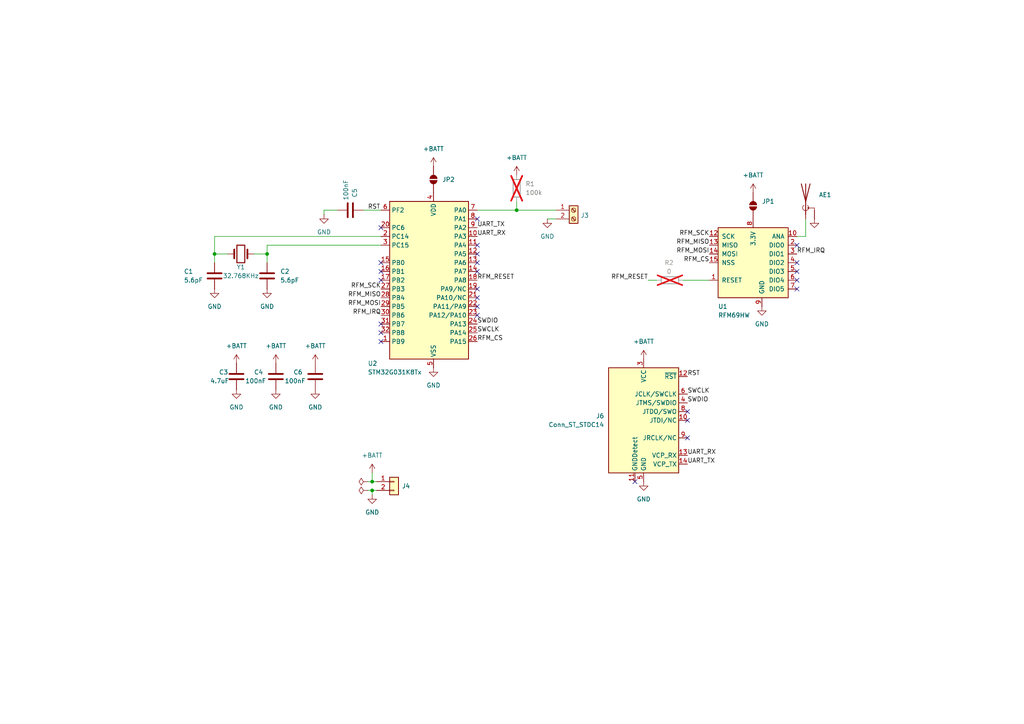
<source format=kicad_sch>
(kicad_sch (version 20231120) (generator "eeschema") (generator_version "8.0")
  (paper "A4")
  (lib_symbols
    (symbol "Connector:Conn_ST_STDC14"
      (property "Reference" "J" (at -8.89 16.51 0))
      (property "Value" "Conn_ST_STDC14" (at 17.78 16.51 0))
      (symbol "Conn_ST_STDC14_0_1"
        (rectangle (start -10.16 15.24) (end 10.16 -15.24) (stroke (width 0.254)) (fill (type background)))
      )
      (symbol "Conn_ST_STDC14_1_1"
        (pin no_connect line (at -10.16 5.08 0) (length 2.54) hide (name "NC") (number "1"))
        (pin output line (at 12.7 0 180) (length 2.54) (name "JTDI/NC") (number "10"))
        (pin passive line (at -2.54 -17.78 90) (length 2.54) (name "GNDDetect") (number "11"))
        (pin open_collector line (at 12.7 12.7 180) (length 2.54) (name "~{RST}") (number "12"))
        (pin output line (at 12.7 -10.16 180) (length 2.54) (name "VCP_RX") (number "13"))
        (pin input line (at 12.7 -12.7 180) (length 2.54) (name "VCP_TX") (number "14"))
        (pin no_connect line (at -10.16 2.54 0) (length 2.54) hide (name "NC") (number "2"))
        (pin power_in line (at 0 17.78 270) (length 2.54) (name "VCC") (number "3"))
        (pin bidirectional line (at 12.7 5.08 180) (length 2.54) (name "JTMS/SWDIO") (number "4"))
        (pin power_in line (at 0 -17.78 90) (length 2.54) (name "GND") (number "5"))
        (pin output line (at 12.7 7.62 180) (length 2.54) (name "JCLK/SWCLK") (number "6"))
        (pin passive line (at 0 -17.78 90) (length 2.54) hide (name "GND") (number "7"))
        (pin input line (at 12.7 2.54 180) (length 2.54) (name "JTDO/SWO") (number "8"))
        (pin input line (at 12.7 -5.08 180) (length 2.54) (name "JRCLK/NC") (number "9"))
      )
    )
    (symbol "Connector:Screw_Terminal_01x02" (pin_names (offset 1.016) hide)
      (property "Reference" "J" (at 0 2.54 0))
      (property "Value" "Screw_Terminal_01x02" (at 0 -5.08 0))
      (symbol "Screw_Terminal_01x02_1_1"
        (rectangle (start -1.27 1.27) (end 1.27 -3.81) (stroke (width 0.254)) (fill (type background)))
        (circle (center 0 -2.54) (radius 0.635) (stroke (width 0.1524)))
        (polyline (pts (xy -0.5334 -2.2098) (xy 0.3302 -3.048)) (stroke (width 0.1524)))
        (polyline (pts (xy -0.5334 0.3302) (xy 0.3302 -0.508)) (stroke (width 0.1524)))
        (polyline (pts (xy -0.3556 -2.032) (xy 0.508 -2.8702)) (stroke (width 0.1524)))
        (polyline (pts (xy -0.3556 0.508) (xy 0.508 -0.3302)) (stroke (width 0.1524)))
        (circle (center 0 0) (radius 0.635) (stroke (width 0.1524)))
        (pin passive line (at -5.08 0 0) (length 3.81) (name "Pin_1") (number "1"))
        (pin passive line (at -5.08 -2.54 0) (length 3.81) (name "Pin_2") (number "2"))
      )
    )
    (symbol "Connector_Generic:Conn_01x02" (pin_names (offset 1.016) hide)
      (property "Reference" "J" (at 0 2.54 0))
      (property "Value" "Conn_01x02" (at 0 -5.08 0))
      (symbol "Conn_01x02_1_1"
        (rectangle (start -1.27 -2.413) (end 0 -2.667) (stroke (width 0.1524)))
        (rectangle (start -1.27 0.127) (end 0 -0.127) (stroke (width 0.1524)))
        (rectangle (start -1.27 1.27) (end 1.27 -3.81) (stroke (width 0.254)) (fill (type background)))
        (pin passive line (at -5.08 0 0) (length 3.81) (name "Pin_1") (number "1"))
        (pin passive line (at -5.08 -2.54 0) (length 3.81) (name "Pin_2") (number "2"))
      )
    )
    (symbol "Device:Antenna_Shield" (pin_numbers hide) (pin_names (offset 1.016) hide)
      (property "Reference" "AE" (at -1.905 4.445 0))
      (property "Value" "Antenna_Shield" (at -1.905 2.54 0))
      (symbol "Antenna_Shield_0_1"
        (arc (start -0.508 -1.143) (mid -0.8429 -2.1194) (end 0 -2.667))
        (arc (start 0 -2.667) (mid 0.7989 -2.1052) (end 0.508 -1.143))
        (polyline (pts (xy 0 -2.54) (xy 0 0)))
        (polyline (pts (xy 0 5.08) (xy 0 -3.81)) (stroke (width 0.254)))
        (polyline (pts (xy 0.762 -1.905) (xy 2.54 -1.905)))
        (polyline (pts (xy 2.54 -2.54) (xy 2.54 -1.905)))
        (polyline (pts (xy 1.27 5.08) (xy 0 0) (xy -1.27 5.08)) (stroke (width 0.254)))
        (circle (center 0.762 -1.905) (radius 0.1778) (fill (type outline)))
      )
      (symbol "Antenna_Shield_1_1"
        (pin input line (at 0 -5.08 90) (length 2.54) (name "A") (number "1"))
        (pin input line (at 2.54 -5.08 90) (length 2.54) (name "Shield") (number "2"))
      )
    )
    (symbol "Device:C" (pin_numbers hide) (pin_names (offset 0.254))
      (property "Reference" "C" (at 0.635 2.54 0))
      (property "Value" "C" (at 0.635 -2.54 0))
      (symbol "C_0_1"
        (polyline (pts (xy -2.032 -0.762) (xy 2.032 -0.762)) (stroke (width 0.508)))
        (polyline (pts (xy -2.032 0.762) (xy 2.032 0.762)) (stroke (width 0.508)))
      )
      (symbol "C_1_1"
        (pin passive line (at 0 3.81 270) (length 2.794) (name "~") (number "1"))
        (pin passive line (at 0 -3.81 90) (length 2.794) (name "~") (number "2"))
      )
    )
    (symbol "Device:Crystal" (pin_numbers hide) (pin_names (offset 1.016) hide)
      (property "Reference" "Y" (at 0 3.81 0))
      (property "Value" "Crystal" (at 0 -3.81 0))
      (symbol "Crystal_0_1"
        (rectangle (start -1.143 2.54) (end 1.143 -2.54) (stroke (width 0.3048)))
        (polyline (pts (xy -2.54 0) (xy -1.905 0)))
        (polyline (pts (xy -1.905 -1.27) (xy -1.905 1.27)) (stroke (width 0.508)))
        (polyline (pts (xy 1.905 -1.27) (xy 1.905 1.27)) (stroke (width 0.508)))
        (polyline (pts (xy 2.54 0) (xy 1.905 0)))
      )
      (symbol "Crystal_1_1"
        (pin passive line (at -3.81 0 0) (length 1.27) (name "1") (number "1"))
        (pin passive line (at 3.81 0 180) (length 1.27) (name "2") (number "2"))
      )
    )
    (symbol "Device:R" (pin_numbers hide) (pin_names (offset 0))
      (property "Reference" "R" (at 2.032 0 90))
      (property "Value" "R" (at 0 0 90))
      (symbol "R_0_1"
        (rectangle (start -1.016 -2.54) (end 1.016 2.54) (stroke (width 0.254)))
      )
      (symbol "R_1_1"
        (pin passive line (at 0 3.81 270) (length 1.27) (name "~") (number "1"))
        (pin passive line (at 0 -3.81 90) (length 1.27) (name "~") (number "2"))
      )
    )
    (symbol "Jumper:SolderJumper_2_Open" (pin_numbers hide) (pin_names (offset 0) hide) (exclude_from_sim yes) (in_bom no)
      (property "Reference" "JP" (at 0 2.032 0))
      (property "Value" "SolderJumper_2_Open" (at 0 -2.54 0))
      (symbol "SolderJumper_2_Open_0_1"
        (arc (start -0.254 1.016) (mid -1.2656 0) (end -0.254 -1.016))
        (arc (start -0.254 1.016) (mid -1.2656 0) (end -0.254 -1.016) (fill (type outline)))
        (polyline (pts (xy -0.254 1.016) (xy -0.254 -1.016)))
        (polyline (pts (xy 0.254 1.016) (xy 0.254 -1.016)))
        (arc (start 0.254 -1.016) (mid 1.2656 0) (end 0.254 1.016))
        (arc (start 0.254 -1.016) (mid 1.2656 0) (end 0.254 1.016) (fill (type outline)))
      )
      (symbol "SolderJumper_2_Open_1_1"
        (pin passive line (at -3.81 0 0) (length 2.54) (name "A") (number "1"))
        (pin passive line (at 3.81 0 180) (length 2.54) (name "B") (number "2"))
      )
    )
    (symbol "MCU_ST_STM32G0:STM32G031K8Tx"
      (property "Reference" "U" (at -10.16 24.13 0))
      (property "Value" "STM32G031K8Tx" (at 5.08 24.13 0))
      (symbol "STM32G031K8Tx_0_1"
        (rectangle (start -10.16 -22.86) (end 12.7 22.86) (stroke (width 0.254)) (fill (type background)))
      )
      (symbol "STM32G031K8Tx_1_1"
        (pin bidirectional line (at -12.7 -17.78 0) (length 2.54) (name "PB9") (number "1"))
        (pin bidirectional line (at 15.24 12.7 180) (length 2.54) (name "PA3") (number "10"))
        (pin bidirectional line (at 15.24 10.16 180) (length 2.54) (name "PA4") (number "11"))
        (pin bidirectional line (at 15.24 7.62 180) (length 2.54) (name "PA5") (number "12"))
        (pin bidirectional line (at 15.24 5.08 180) (length 2.54) (name "PA6") (number "13"))
        (pin bidirectional line (at 15.24 2.54 180) (length 2.54) (name "PA7") (number "14"))
        (pin bidirectional line (at -12.7 5.08 0) (length 2.54) (name "PB0") (number "15"))
        (pin bidirectional line (at -12.7 2.54 0) (length 2.54) (name "PB1") (number "16"))
        (pin bidirectional line (at -12.7 0 0) (length 2.54) (name "PB2") (number "17"))
        (pin bidirectional line (at 15.24 0 180) (length 2.54) (name "PA8") (number "18"))
        (pin bidirectional line (at 15.24 -2.54 180) (length 2.54) (name "PA9/NC") (number "19"))
        (pin bidirectional line (at -12.7 12.7 0) (length 2.54) (name "PC14") (number "2"))
        (pin bidirectional line (at -12.7 15.24 0) (length 2.54) (name "PC6") (number "20"))
        (pin bidirectional line (at 15.24 -5.08 180) (length 2.54) (name "PA10/NC") (number "21"))
        (pin bidirectional line (at 15.24 -7.62 180) (length 2.54) (name "PA11/PA9") (number "22"))
        (pin bidirectional line (at 15.24 -10.16 180) (length 2.54) (name "PA12/PA10") (number "23"))
        (pin bidirectional line (at 15.24 -12.7 180) (length 2.54) (name "PA13") (number "24"))
        (pin bidirectional line (at 15.24 -15.24 180) (length 2.54) (name "PA14") (number "25"))
        (pin bidirectional line (at 15.24 -17.78 180) (length 2.54) (name "PA15") (number "26"))
        (pin bidirectional line (at -12.7 -2.54 0) (length 2.54) (name "PB3") (number "27"))
        (pin bidirectional line (at -12.7 -5.08 0) (length 2.54) (name "PB4") (number "28"))
        (pin bidirectional line (at -12.7 -7.62 0) (length 2.54) (name "PB5") (number "29"))
        (pin bidirectional line (at -12.7 10.16 0) (length 2.54) (name "PC15") (number "3"))
        (pin bidirectional line (at -12.7 -10.16 0) (length 2.54) (name "PB6") (number "30"))
        (pin bidirectional line (at -12.7 -12.7 0) (length 2.54) (name "PB7") (number "31"))
        (pin bidirectional line (at -12.7 -15.24 0) (length 2.54) (name "PB8") (number "32"))
        (pin power_in line (at 2.54 25.4 270) (length 2.54) (name "VDD") (number "4"))
        (pin power_in line (at 2.54 -25.4 90) (length 2.54) (name "VSS") (number "5"))
        (pin bidirectional line (at -12.7 20.32 0) (length 2.54) (name "PF2") (number "6"))
        (pin bidirectional line (at 15.24 20.32 180) (length 2.54) (name "PA0") (number "7"))
        (pin bidirectional line (at 15.24 17.78 180) (length 2.54) (name "PA1") (number "8"))
        (pin bidirectional line (at 15.24 15.24 180) (length 2.54) (name "PA2") (number "9"))
      )
    )
    (symbol "RF_Module:RFM69HW" (pin_names (offset 1.016))
      (property "Reference" "U" (at -3.81 11.43 0))
      (property "Value" "RFM69HW" (at -7.62 13.97 0))
      (symbol "RFM69HW_0_1"
        (rectangle (start -10.16 10.16) (end 10.16 -10.16) (stroke (width 0.254)) (fill (type background)))
      )
      (symbol "RFM69HW_1_1"
        (pin input line (at -12.7 -5.08 0) (length 2.54) (name "RESET") (number "1"))
        (pin output line (at 12.7 7.62 180) (length 2.54) (name "ANA") (number "10"))
        (pin passive line (at 2.54 -12.7 90) (length 2.54) hide (name "GND") (number "11"))
        (pin input line (at -12.7 7.62 0) (length 2.54) (name "SCK") (number "12"))
        (pin output line (at -12.7 5.08 0) (length 2.54) (name "MISO") (number "13"))
        (pin input line (at -12.7 2.54 0) (length 2.54) (name "MOSI") (number "14"))
        (pin input line (at -12.7 0 0) (length 2.54) (name "NSS") (number "15"))
        (pin no_connect line (at -2.54 -10.16 90) (length 2.54) hide (name "NC") (number "16"))
        (pin bidirectional line (at 12.7 5.08 180) (length 2.54) (name "DIO0") (number "2"))
        (pin bidirectional line (at 12.7 2.54 180) (length 2.54) (name "DIO1") (number "3"))
        (pin bidirectional line (at 12.7 0 180) (length 2.54) (name "DIO2") (number "4"))
        (pin bidirectional line (at 12.7 -2.54 180) (length 2.54) (name "DIO3") (number "5"))
        (pin bidirectional line (at 12.7 -5.08 180) (length 2.54) (name "DIO4") (number "6"))
        (pin bidirectional line (at 12.7 -7.62 180) (length 2.54) (name "DIO5") (number "7"))
        (pin power_in line (at 0 12.7 270) (length 2.54) (name "3.3V") (number "8"))
        (pin power_in line (at 2.54 -12.7 90) (length 2.54) (name "GND") (number "9"))
      )
    )
    (symbol "power:+BATT" (power) (pin_numbers hide) (pin_names (offset 0) hide)
      (property "Value" "+BATT" (at 0 3.556 0))
      (symbol "+BATT_0_1"
        (polyline (pts (xy -0.762 1.27) (xy 0 2.54)))
        (polyline (pts (xy 0 0) (xy 0 2.54)))
        (polyline (pts (xy 0 2.54) (xy 0.762 1.27)))
      )
      (symbol "+BATT_1_1"
        (pin power_in line (at 0 0 90) (length 0) (name "~") (number "1"))
      )
    )
    (symbol "power:GND" (power) (pin_numbers hide) (pin_names (offset 0) hide)
      (property "Value" "GND" (at 0 -3.81 0))
      (symbol "GND_0_1"
        (polyline (pts (xy 0 0) (xy 0 -1.27) (xy 1.27 -1.27) (xy 0 -2.54) (xy -1.27 -1.27) (xy 0 -1.27)))
      )
      (symbol "GND_1_1"
        (pin power_in line (at 0 0 270) (length 0) (name "~") (number "1"))
      )
    )
    (symbol "power:PWR_FLAG" (power) (pin_numbers hide) (pin_names (offset 0) hide)
      (property "Value" "PWR_FLAG" (at 0 3.81 0))
      (symbol "PWR_FLAG_0_0"
        (pin power_out line (at 0 0 90) (length 0) (name "~") (number "1"))
      )
      (symbol "PWR_FLAG_0_1"
        (polyline (pts (xy 0 0) (xy 0 1.27) (xy -1.016 1.905) (xy 0 2.54) (xy 1.016 1.905) (xy 0 1.27)))
      )
    )
  )
  (junction (at 107.95 142.24))
  (junction (at 149.86 60.96))
  (junction (at 107.95 139.7))
  (junction (at 77.47 73.66))
  (junction (at 62.23 73.66))
  (no_connect (at 231.14 71.12))
  (no_connect (at 231.14 83.82))
  (no_connect (at 231.14 76.2))
  (no_connect (at 231.14 81.28))
  (no_connect (at 138.43 76.2))
  (no_connect (at 110.49 93.98))
  (no_connect (at 199.39 121.92))
  (no_connect (at 231.14 78.74))
  (no_connect (at 138.43 83.82))
  (no_connect (at 110.49 76.2))
  (no_connect (at 138.43 86.36))
  (no_connect (at 138.43 63.5))
  (no_connect (at 110.49 78.74))
  (no_connect (at 110.49 81.28))
  (no_connect (at 110.49 96.52))
  (no_connect (at 138.43 88.9))
  (no_connect (at 199.39 127))
  (no_connect (at 110.49 66.04))
  (no_connect (at 110.49 99.06))
  (no_connect (at 138.43 71.12))
  (no_connect (at 138.43 91.44))
  (no_connect (at 199.39 119.38))
  (no_connect (at 184.15 139.7))
  (no_connect (at 138.43 73.66))
  (no_connect (at 138.43 78.74))
  (wire (pts (xy 77.47 73.66) (xy 73.66 73.66)))
  (wire (pts (xy 105.41 60.96) (xy 110.49 60.96)))
  (wire (pts (xy 158.75 63.5) (xy 161.29 63.5)))
  (wire (pts (xy 110.49 71.12) (xy 77.47 71.12)))
  (wire (pts (xy 107.95 139.7) (xy 109.22 139.7)))
  (wire (pts (xy 106.68 139.7) (xy 107.95 139.7)))
  (wire (pts (xy 107.95 137.16) (xy 107.95 139.7)))
  (wire (pts (xy 93.98 60.96) (xy 97.79 60.96)))
  (wire (pts (xy 233.68 68.58) (xy 231.14 68.58)))
  (wire (pts (xy 198.12 81.28) (xy 205.74 81.28)))
  (wire (pts (xy 187.96 81.28) (xy 190.5 81.28)))
  (wire (pts (xy 149.86 58.42) (xy 149.86 60.96)))
  (wire (pts (xy 66.04 73.66) (xy 62.23 73.66)))
  (wire (pts (xy 77.47 71.12) (xy 77.47 73.66)))
  (wire (pts (xy 149.86 60.96) (xy 161.29 60.96)))
  (wire (pts (xy 106.68 142.24) (xy 107.95 142.24)))
  (wire (pts (xy 93.98 62.23) (xy 93.98 60.96)))
  (wire (pts (xy 62.23 68.58) (xy 62.23 73.66)))
  (wire (pts (xy 62.23 73.66) (xy 62.23 76.2)))
  (wire (pts (xy 107.95 142.24) (xy 109.22 142.24)))
  (wire (pts (xy 77.47 76.2) (xy 77.47 73.66)))
  (wire (pts (xy 233.68 63.5) (xy 233.68 68.58)))
  (wire (pts (xy 107.95 143.51) (xy 107.95 142.24)))
  (wire (pts (xy 138.43 60.96) (xy 149.86 60.96)))
  (wire (pts (xy 110.49 68.58) (xy 62.23 68.58)))
  (label "RFM_RESET" (at 138.43 81.28 0))
  (label "RFM_MOSI" (at 110.49 88.9 180))
  (label "UART_RX" (at 138.43 68.58 0))
  (label "RFM_MISO" (at 110.49 86.36 180))
  (label "UART_RX" (at 199.39 132.08 0))
  (label "RFM_CS" (at 205.74 76.2 180))
  (label "RFM_MOSI" (at 205.74 73.66 180))
  (label "SWCLK" (at 199.39 114.3 0))
  (label "SWCLK" (at 138.43 96.52 0))
  (label "RFM_IRQ" (at 231.14 73.66 0))
  (label "UART_TX" (at 199.39 134.62 0))
  (label "RFM_RESET" (at 187.96 81.28 180))
  (label "RST" (at 106.68 60.96 0))
  (label "RFM_CS" (at 138.43 99.06 0))
  (label "RFM_SCK" (at 110.49 83.82 180))
  (label "RFM_SCK" (at 205.74 68.58 180))
  (label "UART_TX" (at 138.43 66.04 0))
  (label "RFM_IRQ" (at 110.49 91.44 180))
  (label "SWDIO" (at 138.43 93.98 0))
  (label "RFM_MISO" (at 205.74 71.12 180))
  (label "SWDIO" (at 199.39 116.84 0))
  (label "RST" (at 199.39 109.22 0))
  (symbol (lib_id "power:GND") (at 80.01 113.03 0) (unit 1)
    (property "Reference" "#PWR011" (effects (hide yes)))
    (property "Value" "GND" (at 80.01 118.11 0))
    (property "Description" "Power symbol creates a global label with name \"GND\" , ground" (effects (hide yes)))
  )
  (symbol (lib_id "power:GND") (at 158.75 63.5 0) (unit 1)
    (property "Reference" "#PWR014" (effects (hide yes)))
    (property "Value" "GND" (at 158.75 68.58 0))
    (property "Description" "Power symbol creates a global label with name \"GND\" , ground" (effects (hide yes)))
  )
  (symbol (lib_id "power:GND") (at 220.98 88.9 0) (unit 1)
    (property "Reference" "#PWR01" (effects (hide yes)))
    (property "Value" "GND" (at 220.98 93.98 0))
    (property "Description" "Power symbol creates a global label with name \"GND\" , ground" (effects (hide yes)))
  )
  (symbol (lib_id "RF_Module:RFM69HW") (at 218.44 76.2 0) (unit 1)
    (property "Reference" "U1" (at 208.28 88.9 0) (effects (justify left)))
    (property "Value" "RFM69HW" (at 208.28 91.44 0) (effects (justify left)))
    (property "Footprint" "RF_Module:HOPERF_RFM69HW" (effects (hide yes)))
    (property "Datasheet" "https://www.hoperf.com/data/upload/portal/20181127/5bfcbb56f1fd7.pdf" (effects (hide yes)))
    (property "Description" "ISM Radio Transceiver Module, SPI interface" (effects (hide yes)))
  )
  (symbol (lib_id "power:GND") (at 186.69 139.7 0) (unit 1)
    (property "Reference" "#PWR012" (effects (hide yes)))
    (property "Value" "GND" (at 186.69 144.78 0))
    (property "Description" "Power symbol creates a global label with name \"GND\" , ground" (effects (hide yes)))
  )
  (symbol (lib_id "Device:Antenna_Shield") (at 233.68 58.42 0) (unit 1)
    (property "Reference" "AE1" (at 237.49 56.5149 0) (effects (justify left)))
    (property "Value" "Antenna_Shield" (effects (hide yes)))
    (property "Description" "Antenna with extra pin for shielding" (effects (hide yes)))
  )
  (symbol (lib_id "Connector:Conn_ST_STDC14") (at 186.69 121.92 0) (unit 1)
    (property "Reference" "J6" (at 175.26 120.6499 0) (effects (justify right)))
    (property "Value" "Conn_ST_STDC14" (at 175.26 123.1899 0) (effects (justify right)))
    (property "Footprint" "Connector_PinHeader_1.27mm:PinHeader_2x07_P1.27mm_Vertical_SMD" (effects (hide yes)))
    (property "Datasheet" "https://www.st.com/content/ccc/resource/technical/document/user_manual/group1/99/49/91/b6/b2/3a/46/e5/DM00526767/files/DM00526767.pdf/jcr:content/translations/en.DM00526767.pdf" (effects (hide yes)))
    (property "Description" "ST Debug Connector, standard ARM Cortex-M SWD and JTAG interface plus UART" (effects (hide yes)))
  )
  (symbol (lib_id "power:GND") (at 91.44 113.03 0) (unit 1)
    (property "Reference" "#PWR018" (effects (hide yes)))
    (property "Value" "GND" (at 91.44 118.11 0))
    (property "Description" "Power symbol creates a global label with name \"GND\" , ground" (effects (hide yes)))
  )
  (symbol (lib_id "power:+BATT") (at 186.69 104.14 0) (unit 1)
    (property "Reference" "#PWR019" (effects (hide yes)))
    (property "Value" "+BATT" (at 186.69 99.06 0))
    (property "Description" "Power symbol creates a global label with name \"+BATT\"" (effects (hide yes)))
  )
  (symbol (lib_id "power:+BATT") (at 149.86 50.8 0) (unit 1)
    (property "Reference" "#PWR05" (effects (hide yes)))
    (property "Value" "+BATT" (at 149.86 45.72 0))
    (property "Description" "Power symbol creates a global label with name \"+BATT\"" (effects (hide yes)))
  )
  (symbol (lib_id "power:+BATT") (at 80.01 105.41 0) (unit 1)
    (property "Reference" "#PWR010" (effects (hide yes)))
    (property "Value" "+BATT" (at 80.01 100.33 0))
    (property "Description" "Power symbol creates a global label with name \"+BATT\"" (effects (hide yes)))
  )
  (symbol (lib_id "Device:Crystal") (at 69.85 73.66 0) (unit 1)
    (property "Reference" "Y1" (at 69.85 77.47 0))
    (property "Value" "32.768KHz" (at 69.85 80.01 0))
    (property "Footprint" "Crystal:Crystal_SMD_3215-2Pin_3.2x1.5mm" (effects (hide yes)))
    (property "Description" "Two pin crystal" (effects (hide yes)))
    (property "manf#" " MPJK-7L-32.768-12.5-20-70-C" (effects (hide yes)))
  )
  (symbol (lib_id "Device:C") (at 80.01 109.22 0) (unit 1)
    (property "Reference" "C4" (at 73.66 107.95 0) (effects (justify left)))
    (property "Value" "100nF" (at 71.12 110.49 0) (effects (justify left)))
    (property "Footprint" "Capacitor_SMD:C_0805_2012Metric_Pad1.18x1.45mm_HandSolder" (effects (hide yes)))
    (property "Description" "Unpolarized capacitor" (effects (hide yes)))
  )
  (symbol (lib_id "MCU_ST_STM32G0:STM32G031K8Tx") (at 123.19 81.28 0) (unit 1)
    (property "Reference" "U2" (at 106.68 105.41 0) (effects (justify left)))
    (property "Value" "STM32G031K8Tx" (at 106.68 107.95 0) (effects (justify left)))
    (property "Footprint" "Package_QFP:LQFP-32_7x7mm_P0.8mm" (effects (hide yes)))
    (property "Datasheet" "https://www.st.com/resource/en/datasheet/stm32g031k8.pdf" (effects (hide yes)))
    (property "Description" "STMicroelectronics Arm Cortex-M0+ MCU, 64KB flash, 8KB RAM, 64 MHz, 1.7-3.6V, 30 GPIO, LQFP32" (effects (hide yes)))
  )
  (symbol (lib_id "power:GND") (at 62.23 83.82 0) (unit 1)
    (property "Reference" "#PWR06" (effects (hide yes)))
    (property "Value" "GND" (at 62.23 88.9 0))
    (property "Description" "Power symbol creates a global label with name \"GND\" , ground" (effects (hide yes)))
  )
  (symbol (lib_id "Device:C") (at 62.23 80.01 0) (unit 1)
    (property "Reference" "C1" (at 53.34 78.74 0) (effects (justify left)))
    (property "Value" "5.6pF" (at 53.34 81.28 0) (effects (justify left)))
    (property "Footprint" "Capacitor_SMD:C_0805_2012Metric_Pad1.18x1.45mm_HandSolder" (effects (hide yes)))
    (property "Description" "Unpolarized capacitor" (effects (hide yes)))
  )
  (symbol (lib_id "power:+BATT") (at 107.95 137.16 0) (unit 1)
    (property "Reference" "#PWR015" (effects (hide yes)))
    (property "Value" "+BATT" (at 107.95 132.08 0))
    (property "Description" "Power symbol creates a global label with name \"+BATT\"" (effects (hide yes)))
  )
  (symbol (lib_id "power:PWR_FLAG") (at 106.68 142.24 90) (unit 1)
    (property "Reference" "#FLG02" (effects (hide yes)))
    (property "Value" "PWR_FLAG" (effects (hide yes)))
    (property "Description" "Special symbol for telling ERC where power comes from" (effects (hide yes)))
  )
  (symbol (lib_id "Device:R") (at 149.86 54.61 0) (unit 1) (dnp yes)
    (property "Reference" "R1" (at 152.4 53.3399 0) (effects (justify left)))
    (property "Value" "100k" (at 152.4 55.8799 0) (effects (justify left)))
    (property "Footprint" "Resistor_SMD:R_0805_2012Metric_Pad1.20x1.40mm_HandSolder" (effects (hide yes)))
    (property "Description" "Resistor" (effects (hide yes)))
  )
  (symbol (lib_id "power:GND") (at 107.95 143.51 0) (unit 1)
    (property "Reference" "#PWR016" (effects (hide yes)))
    (property "Value" "GND" (at 107.95 148.59 0))
    (property "Description" "Power symbol creates a global label with name \"GND\" , ground" (effects (hide yes)))
  )
  (symbol (lib_id "Device:C") (at 101.6 60.96 270) (unit 1)
    (property "Reference" "C5" (at 102.87 54.61 0) (effects (justify left)))
    (property "Value" "100nF" (at 100.33 52.07 0) (effects (justify left)))
    (property "Footprint" "Capacitor_SMD:C_0805_2012Metric_Pad1.18x1.45mm_HandSolder" (effects (hide yes)))
    (property "Description" "Unpolarized capacitor" (effects (hide yes)))
  )
  (symbol (lib_id "Jumper:SolderJumper_2_Open") (at 125.73 52.07 90) (unit 1) (exclude_from_sim yes) (in_bom no)
    (property "Reference" "JP2" (at 128.27 52.0699 90) (effects (justify right)))
    (property "Value" "SolderJumper_2_Bridged" (effects (hide yes)))
    (property "Footprint" "Jumper:SolderJumper-2_P1.3mm_Open_TrianglePad1.0x1.5mm" (effects (hide yes)))
    (property "Description" "Solder Jumper, 2-pole, open" (effects (hide yes)))
  )
  (symbol (lib_id "power:GND") (at 77.47 83.82 0) (unit 1)
    (property "Reference" "#PWR07" (effects (hide yes)))
    (property "Value" "GND" (at 77.47 88.9 0))
    (property "Description" "Power symbol creates a global label with name \"GND\" , ground" (effects (hide yes)))
  )
  (symbol (lib_id "Jumper:SolderJumper_2_Open") (at 218.44 59.69 90) (unit 1) (exclude_from_sim yes) (in_bom no)
    (property "Reference" "JP1" (at 220.98 58.4199 90) (effects (justify right)))
    (property "Value" "SolderJumper_2_Bridged" (effects (hide yes)))
    (property "Footprint" "Jumper:SolderJumper-2_P1.3mm_Open_TrianglePad1.0x1.5mm" (effects (hide yes)))
    (property "Description" "Solder Jumper, 2-pole, open" (effects (hide yes)))
  )
  (symbol (lib_id "Connector:Screw_Terminal_01x02") (at 166.37 60.96 0) (unit 1)
    (property "Reference" "J3" (at 168.402 62.484 0) (effects (justify left)))
    (property "Value" "Screw_Terminal_01x02" (effects (hide yes)))
    (property "Footprint" "TerminalBlock:TerminalBlock_Xinya_XY308-2.54-2P_1x02_P2.54mm_Horizontal" (effects (hide yes)))
    (property "Description" "Generic screw terminal, single row, 01x02, script generated (kicad-library-utils/schlib/autogen/connector/)" (effects (hide yes)))
  )
  (symbol (lib_id "power:+BATT") (at 91.44 105.41 0) (unit 1)
    (property "Reference" "#PWR017" (effects (hide yes)))
    (property "Value" "+BATT" (at 91.44 100.33 0))
    (property "Description" "Power symbol creates a global label with name \"+BATT\"" (effects (hide yes)))
  )
  (symbol (lib_id "Connector_Generic:Conn_01x02") (at 114.3 139.7 0) (unit 1)
    (property "Reference" "J4" (at 116.586 140.97 0) (effects (justify left)))
    (property "Value" "Conn_01x02" (effects (hide yes)))
    (property "Footprint" "Connector_PinHeader_2.54mm:PinHeader_1x02_P2.54mm_Vertical" (effects (hide yes)))
    (property "Description" "Generic connector, single row, 01x02, script generated (kicad-library-utils/schlib/autogen/connector/)" (effects (hide yes)))
  )
  (symbol (lib_id "power:PWR_FLAG") (at 106.68 139.7 90) (unit 1)
    (property "Reference" "#FLG01" (effects (hide yes)))
    (property "Value" "PWR_FLAG" (effects (hide yes)))
    (property "Description" "Special symbol for telling ERC where power comes from" (effects (hide yes)))
  )
  (symbol (lib_id "power:+BATT") (at 218.44 55.88 0) (unit 1)
    (property "Reference" "#PWR02" (effects (hide yes)))
    (property "Value" "+BATT" (at 218.44 50.8 0))
    (property "Description" "Power symbol creates a global label with name \"+BATT\"" (effects (hide yes)))
  )
  (symbol (lib_id "power:GND") (at 125.73 106.68 0) (unit 1)
    (property "Reference" "#PWR04" (effects (hide yes)))
    (property "Value" "GND" (at 125.73 111.76 0))
    (property "Description" "Power symbol creates a global label with name \"GND\" , ground" (effects (hide yes)))
  )
  (symbol (lib_id "Device:C") (at 91.44 109.22 0) (unit 1)
    (property "Reference" "C6" (at 85.09 107.95 0) (effects (justify left)))
    (property "Value" "100nF" (at 82.55 110.49 0) (effects (justify left)))
    (property "Footprint" "Capacitor_SMD:C_0805_2012Metric_Pad1.18x1.45mm_HandSolder" (effects (hide yes)))
    (property "Description" "Unpolarized capacitor" (effects (hide yes)))
  )
  (symbol (lib_id "Device:C") (at 68.58 109.22 0) (unit 1)
    (property "Reference" "C3" (at 63.5 107.95 0) (effects (justify left)))
    (property "Value" "4.7uF" (at 60.96 110.49 0) (effects (justify left)))
    (property "Footprint" "Capacitor_SMD:C_0805_2012Metric_Pad1.18x1.45mm_HandSolder" (effects (hide yes)))
    (property "Description" "Unpolarized capacitor" (effects (hide yes)))
  )
  (symbol (lib_id "power:+BATT") (at 68.58 105.41 0) (unit 1)
    (property "Reference" "#PWR08" (effects (hide yes)))
    (property "Value" "+BATT" (at 68.58 100.33 0))
    (property "Description" "Power symbol creates a global label with name \"+BATT\"" (effects (hide yes)))
  )
  (symbol (lib_id "power:GND") (at 93.98 62.23 0) (unit 1)
    (property "Reference" "#PWR013" (effects (hide yes)))
    (property "Value" "GND" (at 93.98 67.31 0))
    (property "Description" "Power symbol creates a global label with name \"GND\" , ground" (effects (hide yes)))
  )
  (symbol (lib_id "power:GND") (at 236.22 63.5 0) (unit 1)
    (property "Reference" "#PWR020" (effects (hide yes)))
    (property "Value" "GND" (effects (hide yes)))
    (property "Description" "Power symbol creates a global label with name \"GND\" , ground" (effects (hide yes)))
  )
  (symbol (lib_id "Device:C") (at 77.47 80.01 0) (unit 1)
    (property "Reference" "C2" (at 81.28 78.74 0) (effects (justify left)))
    (property "Value" "5.6pF" (at 81.28 81.28 0) (effects (justify left)))
    (property "Footprint" "Capacitor_SMD:C_0805_2012Metric_Pad1.18x1.45mm_HandSolder" (effects (hide yes)))
    (property "Description" "Unpolarized capacitor" (effects (hide yes)))
  )
  (symbol (lib_id "power:+BATT") (at 125.73 48.26 0) (unit 1)
    (property "Reference" "#PWR03" (effects (hide yes)))
    (property "Value" "+BATT" (at 125.73 43.18 0))
    (property "Description" "Power symbol creates a global label with name \"+BATT\"" (effects (hide yes)))
  )
  (symbol (lib_id "Device:R") (at 194.31 81.28 90) (unit 1) (dnp yes)
    (property "Reference" "R2" (at 194.056 76.2 90))
    (property "Value" "0" (at 194.056 78.74 90))
    (property "Footprint" "Resistor_SMD:R_0805_2012Metric_Pad1.20x1.40mm_HandSolder" (effects (hide yes)))
    (property "Description" "Resistor" (effects (hide yes)))
  )
  (symbol (lib_id "power:GND") (at 68.58 113.03 0) (unit 1)
    (property "Reference" "#PWR09" (effects (hide yes)))
    (property "Value" "GND" (at 68.58 118.11 0))
    (property "Description" "Power symbol creates a global label with name \"GND\" , ground" (effects (hide yes)))
  )
)
</source>
